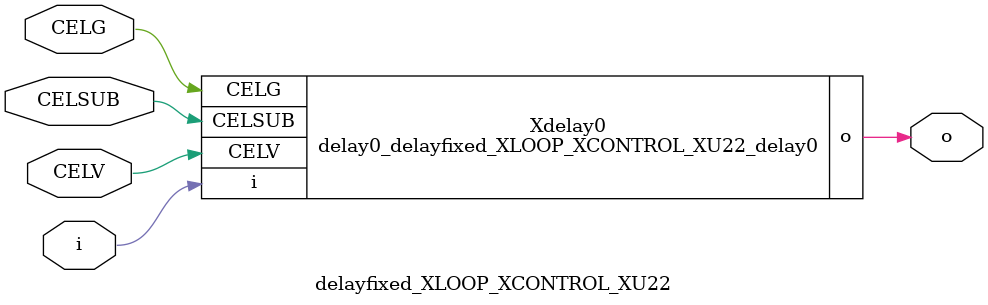
<source format=v>

module delay0_delayfixed_XLOOP_XCONTROL_XU22_delay0 (i, CELV, o,
CELG,CELSUB);
input CELV;
input i;
output o;
input CELSUB;
input CELG;
endmodule


//Celera Confidential Do Not Copy delayfixed_XLOOP_XCONTROL_XU22
//Celera Confidential Symbol Generator
//TYPE:fixed Egde:rise
module delayfixed_XLOOP_XCONTROL_XU22 (CELV,i,o,
CELG,CELSUB);
input CELV;
input i;
output o;
input CELG;
input CELSUB;

//Celera Confidential Do Not Copy delay0_delayfixed_XLOOP_XCONTROL_XU22_delay0
delay0_delayfixed_XLOOP_XCONTROL_XU22_delay0 Xdelay0(
.CELV (CELV),
.i (i),
.o (o),
.CELG (CELG),
.CELSUB (CELSUB)
);
//,diesize,delay0_delayfixed_XLOOP_XCONTROL_XU22_delay0
//Celera Confidential Do Not Copy Module End
//Celera Schematic Generator
endmodule

</source>
